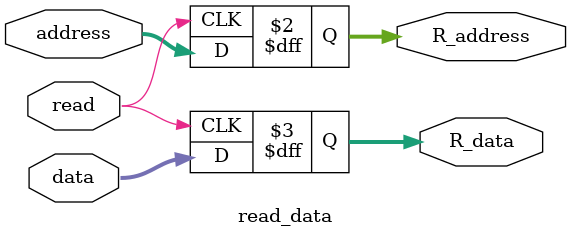
<source format=v>

module read_data(
    input [14:0] address,
    input [7:0] data,
    input read, 						// read signal
    output reg [14:0] R_address, // the address read
    output reg [7:0] R_data      // the data read
);

    always @(posedge read) begin
        R_address <= address;
        R_data <= data;
    end

endmodule

</source>
